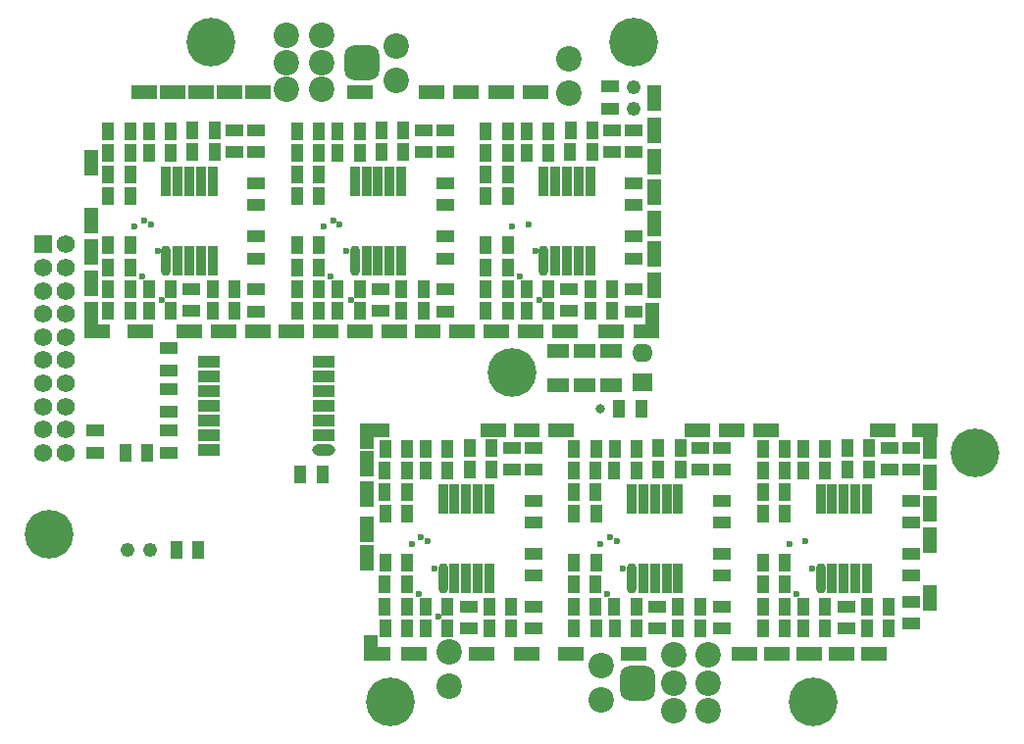
<source format=gts>
G04*
G04 #@! TF.GenerationSoftware,Altium Limited,Altium Designer,22.1.2 (22)*
G04*
G04 Layer_Color=8388736*
%FSAX42Y42*%
%MOMM*%
G71*
G04*
G04 #@! TF.SameCoordinates,C0377FBF-3644-49C1-8AB8-029394853ECE*
G04*
G04*
G04 #@! TF.FilePolarity,Negative*
G04*
G01*
G75*
%ADD15R,1.98X1.02*%
%ADD16O,1.98X1.02*%
%ADD17R,1.50X1.00*%
%ADD18R,1.00X1.50*%
%ADD19R,1.20X2.20*%
%ADD20R,2.20X1.20*%
%ADD21R,1.90X1.20*%
%ADD22R,0.84X2.62*%
%ADD23O,0.84X2.62*%
%ADD24C,2.20*%
G04:AMPARAMS|DCode=25|XSize=3mm|YSize=3mm|CornerRadius=0.8mm|HoleSize=0mm|Usage=FLASHONLY|Rotation=0.000|XOffset=0mm|YOffset=0mm|HoleType=Round|Shape=RoundedRectangle|*
%AMROUNDEDRECTD25*
21,1,3.00,1.40,0,0,0.0*
21,1,1.40,3.00,0,0,0.0*
1,1,1.60,0.70,-0.70*
1,1,1.60,-0.70,-0.70*
1,1,1.60,-0.70,0.70*
1,1,1.60,0.70,0.70*
%
%ADD25ROUNDEDRECTD25*%
%ADD26R,1.80X1.60*%
%ADD27O,1.80X1.60*%
%ADD28C,1.22*%
%ADD29C,1.57*%
%ADD30R,1.57X1.57*%
%ADD31C,0.60*%
%ADD32C,0.80*%
%ADD33C,4.20*%
D15*
X002771Y003338D02*
D03*
Y003211D02*
D03*
X001780D02*
D03*
Y003338D02*
D03*
X002771Y003084D02*
D03*
Y002957D02*
D03*
Y002830D02*
D03*
Y002703D02*
D03*
X001780Y002830D02*
D03*
Y002703D02*
D03*
Y002957D02*
D03*
Y002576D02*
D03*
Y003084D02*
D03*
D16*
X002771Y002576D02*
D03*
D17*
X007840Y001070D02*
D03*
Y001260D02*
D03*
X005240Y005710D02*
D03*
Y005520D02*
D03*
X001430Y003260D02*
D03*
Y003450D02*
D03*
Y002905D02*
D03*
Y003095D02*
D03*
Y002550D02*
D03*
Y002741D02*
D03*
X000800Y002740D02*
D03*
Y002550D02*
D03*
X004393Y002402D02*
D03*
Y002592D02*
D03*
X004580Y002593D02*
D03*
Y002403D02*
D03*
X004020Y001220D02*
D03*
Y001030D02*
D03*
X004580Y001030D02*
D03*
Y001219D02*
D03*
X004580Y002135D02*
D03*
Y001945D02*
D03*
X004580Y001487D02*
D03*
Y001677D02*
D03*
X002003Y005142D02*
D03*
Y005332D02*
D03*
X002190Y005333D02*
D03*
Y005143D02*
D03*
X001630Y003960D02*
D03*
Y003770D02*
D03*
X002190Y003769D02*
D03*
Y003960D02*
D03*
X002190Y004875D02*
D03*
Y004685D02*
D03*
X002190Y004227D02*
D03*
Y004417D02*
D03*
X003633Y005332D02*
D03*
Y005142D02*
D03*
X003820Y005143D02*
D03*
Y005333D02*
D03*
X003260Y003770D02*
D03*
Y003960D02*
D03*
X003820Y003960D02*
D03*
Y003769D02*
D03*
X003820Y004685D02*
D03*
Y004875D02*
D03*
X003820Y004417D02*
D03*
Y004227D02*
D03*
X005263Y005332D02*
D03*
Y005142D02*
D03*
X005450Y005143D02*
D03*
Y005333D02*
D03*
X004890Y003770D02*
D03*
Y003960D02*
D03*
X005450Y003960D02*
D03*
Y003769D02*
D03*
X005450Y004685D02*
D03*
Y004875D02*
D03*
X005450Y004417D02*
D03*
Y004227D02*
D03*
X006023Y002592D02*
D03*
Y002402D02*
D03*
X006210Y002403D02*
D03*
Y002593D02*
D03*
X005650Y001030D02*
D03*
Y001220D02*
D03*
X006210Y001219D02*
D03*
Y001030D02*
D03*
X006210Y001945D02*
D03*
Y002135D02*
D03*
X006210Y001677D02*
D03*
Y001487D02*
D03*
X007653Y002592D02*
D03*
Y002402D02*
D03*
X007840Y002403D02*
D03*
Y002593D02*
D03*
X007280Y001030D02*
D03*
Y001220D02*
D03*
X007840Y001945D02*
D03*
Y002135D02*
D03*
X007840Y001677D02*
D03*
Y001487D02*
D03*
D18*
X005510Y002930D02*
D03*
X005320D02*
D03*
X007101Y001030D02*
D03*
X006911D02*
D03*
X004220Y002590D02*
D03*
X004030D02*
D03*
X003490Y002580D02*
D03*
X003300D02*
D03*
X003490Y001030D02*
D03*
X003300D02*
D03*
X003299Y002209D02*
D03*
X003490D02*
D03*
X003299Y001410D02*
D03*
X003490D02*
D03*
X003299Y002394D02*
D03*
X003490D02*
D03*
X003490Y002024D02*
D03*
X003300D02*
D03*
X003841Y001030D02*
D03*
X003651D02*
D03*
X004200Y001220D02*
D03*
X004390D02*
D03*
X003490D02*
D03*
X003299D02*
D03*
X003490Y001600D02*
D03*
X003300D02*
D03*
X003651Y002580D02*
D03*
X003841D02*
D03*
X004029Y002405D02*
D03*
X004219D02*
D03*
X003650Y001220D02*
D03*
X003840D02*
D03*
X004200Y001030D02*
D03*
X004390D02*
D03*
X003840Y002394D02*
D03*
X003650D02*
D03*
X001830Y005330D02*
D03*
X001640D02*
D03*
X000910Y005135D02*
D03*
X001099D02*
D03*
X001100Y005320D02*
D03*
X000910D02*
D03*
X001100Y004764D02*
D03*
X000910D02*
D03*
X001451Y003770D02*
D03*
X001261D02*
D03*
X002000Y003960D02*
D03*
X001810D02*
D03*
X000910D02*
D03*
X001099D02*
D03*
X001100Y003770D02*
D03*
X000910D02*
D03*
X001100Y004340D02*
D03*
X000910D02*
D03*
X001261Y005320D02*
D03*
X001451D02*
D03*
X001640Y005145D02*
D03*
X001830D02*
D03*
X000910Y004949D02*
D03*
X001099D02*
D03*
X001260Y003960D02*
D03*
X001450D02*
D03*
X001810Y003770D02*
D03*
X002000D02*
D03*
X000910Y004150D02*
D03*
X001099D02*
D03*
X001450Y005135D02*
D03*
X001260D02*
D03*
X002570Y002360D02*
D03*
X002760D02*
D03*
X003270Y005330D02*
D03*
X003460D02*
D03*
X002730Y005135D02*
D03*
X002540D02*
D03*
X002540Y005320D02*
D03*
X002730D02*
D03*
X002540Y004764D02*
D03*
X002730D02*
D03*
X002891Y003770D02*
D03*
X003081D02*
D03*
X003440Y003960D02*
D03*
X003630D02*
D03*
X002730D02*
D03*
X002540D02*
D03*
X002540Y003770D02*
D03*
X002730D02*
D03*
X002540Y004340D02*
D03*
X002730D02*
D03*
X003081Y005320D02*
D03*
X002891D02*
D03*
X003460Y005145D02*
D03*
X003269D02*
D03*
X002730Y004949D02*
D03*
X002540D02*
D03*
X003080Y003960D02*
D03*
X002890D02*
D03*
X003630Y003770D02*
D03*
X003440D02*
D03*
X002730Y004150D02*
D03*
X002540D02*
D03*
X002890Y005135D02*
D03*
X003080D02*
D03*
X004900Y005330D02*
D03*
X005090D02*
D03*
X004360Y005135D02*
D03*
X004169D02*
D03*
X004170Y005320D02*
D03*
X004360D02*
D03*
X004170Y004764D02*
D03*
X004360D02*
D03*
X004521Y003770D02*
D03*
X004711D02*
D03*
X005070Y003960D02*
D03*
X005260D02*
D03*
X004360D02*
D03*
X004169D02*
D03*
X004170Y003770D02*
D03*
X004360D02*
D03*
X004170Y004340D02*
D03*
X004360D02*
D03*
X004711Y005320D02*
D03*
X004521D02*
D03*
X005090Y005145D02*
D03*
X004899D02*
D03*
X004360Y004949D02*
D03*
X004169D02*
D03*
X004710Y003960D02*
D03*
X004520D02*
D03*
X005260Y003770D02*
D03*
X005070D02*
D03*
X004360Y004150D02*
D03*
X004169D02*
D03*
X004520Y005135D02*
D03*
X004710D02*
D03*
X005660Y002590D02*
D03*
X005850D02*
D03*
X005119Y002394D02*
D03*
X004929D02*
D03*
X004930Y002580D02*
D03*
X005120D02*
D03*
X004930Y002024D02*
D03*
X005120D02*
D03*
X005281Y001030D02*
D03*
X005471D02*
D03*
X005830Y001220D02*
D03*
X006020D02*
D03*
X005119D02*
D03*
X004929D02*
D03*
X004930Y001030D02*
D03*
X005120D02*
D03*
X004930Y001600D02*
D03*
X005120D02*
D03*
X005471Y002580D02*
D03*
X005281D02*
D03*
X005849Y002405D02*
D03*
X005660D02*
D03*
X005119Y002209D02*
D03*
X004929D02*
D03*
X005470Y001220D02*
D03*
X005280D02*
D03*
X006020Y001030D02*
D03*
X005830D02*
D03*
X005119Y001410D02*
D03*
X004929D02*
D03*
X005280Y002394D02*
D03*
X005470D02*
D03*
X007290Y002590D02*
D03*
X007480D02*
D03*
X006750Y002394D02*
D03*
X006560D02*
D03*
X006560Y002580D02*
D03*
X006750D02*
D03*
X006560Y002024D02*
D03*
X006750D02*
D03*
X007460Y001220D02*
D03*
X007650D02*
D03*
X006750D02*
D03*
X006560D02*
D03*
X006560Y001030D02*
D03*
X006750D02*
D03*
X006560Y001600D02*
D03*
X006750D02*
D03*
X007101Y002580D02*
D03*
X006911D02*
D03*
X007479Y002405D02*
D03*
X007289D02*
D03*
X006750Y002209D02*
D03*
X006560D02*
D03*
X007100Y001220D02*
D03*
X006910D02*
D03*
X007650Y001030D02*
D03*
X007460D02*
D03*
X006750Y001410D02*
D03*
X006560D02*
D03*
X006910Y002394D02*
D03*
X007100D02*
D03*
X001500Y001710D02*
D03*
X001690D02*
D03*
X001250Y002550D02*
D03*
X001060D02*
D03*
D19*
X008007Y002604D02*
D03*
X003140Y001890D02*
D03*
X008007Y001294D02*
D03*
Y001794D02*
D03*
Y002064D02*
D03*
Y002334D02*
D03*
X003140Y002190D02*
D03*
Y002694D02*
D03*
Y001640D02*
D03*
X003177Y000864D02*
D03*
X003140Y002450D02*
D03*
X005620Y005065D02*
D03*
Y005333D02*
D03*
Y005610D02*
D03*
Y004531D02*
D03*
Y004263D02*
D03*
Y004798D02*
D03*
X000765Y005050D02*
D03*
X005610Y003729D02*
D03*
X000765Y004010D02*
D03*
X005620Y003996D02*
D03*
X000765Y003740D02*
D03*
Y004550D02*
D03*
Y004280D02*
D03*
D20*
X007957Y002744D02*
D03*
X007597D02*
D03*
X006588D02*
D03*
X006293D02*
D03*
X005999D02*
D03*
X004821D02*
D03*
X004526D02*
D03*
X004232D02*
D03*
X003227D02*
D03*
X007517Y000814D02*
D03*
X003551D02*
D03*
X003240D02*
D03*
X004137D02*
D03*
X004519D02*
D03*
X005450D02*
D03*
X004900D02*
D03*
X006400D02*
D03*
X006679D02*
D03*
X006959D02*
D03*
X007238D02*
D03*
X001220Y005660D02*
D03*
X004000D02*
D03*
X004600D02*
D03*
X004300D02*
D03*
X003085D02*
D03*
X003700D02*
D03*
X001465D02*
D03*
X002200D02*
D03*
X001710D02*
D03*
X001955D02*
D03*
X005560Y003600D02*
D03*
X003377D02*
D03*
X004850D02*
D03*
X003672D02*
D03*
X004261D02*
D03*
X003083D02*
D03*
X002788D02*
D03*
X001190D02*
D03*
X002199D02*
D03*
X000815D02*
D03*
X004555D02*
D03*
X002494D02*
D03*
X001610D02*
D03*
X001905D02*
D03*
X003966D02*
D03*
X005250D02*
D03*
D21*
Y003430D02*
D03*
Y003130D02*
D03*
X005020Y003430D02*
D03*
Y003130D02*
D03*
X004790Y003430D02*
D03*
Y003130D02*
D03*
D22*
X004200Y002150D02*
D03*
Y001464D02*
D03*
X004100Y002150D02*
D03*
X004000D02*
D03*
X003900D02*
D03*
X003800D02*
D03*
X004100Y001464D02*
D03*
X004000D02*
D03*
X003900D02*
D03*
X001810Y004890D02*
D03*
Y004204D02*
D03*
X001710Y004890D02*
D03*
X001610D02*
D03*
X001510D02*
D03*
X001410D02*
D03*
X001710Y004204D02*
D03*
X001610D02*
D03*
X001510D02*
D03*
X003140D02*
D03*
X003240D02*
D03*
X003340D02*
D03*
X003040Y004890D02*
D03*
X003140D02*
D03*
X003240D02*
D03*
X003340D02*
D03*
X003440Y004204D02*
D03*
Y004890D02*
D03*
X004770Y004204D02*
D03*
X004870D02*
D03*
X004970D02*
D03*
X004670Y004890D02*
D03*
X004770D02*
D03*
X004870D02*
D03*
X004970D02*
D03*
X005070Y004204D02*
D03*
Y004890D02*
D03*
X005530Y001464D02*
D03*
X005630D02*
D03*
X005730D02*
D03*
X005430Y002150D02*
D03*
X005530D02*
D03*
X005630D02*
D03*
X005730D02*
D03*
X005830Y001464D02*
D03*
Y002150D02*
D03*
X007160Y001464D02*
D03*
X007260D02*
D03*
X007360D02*
D03*
X007060Y002150D02*
D03*
X007160D02*
D03*
X007260D02*
D03*
X007360D02*
D03*
X007460Y001464D02*
D03*
Y002150D02*
D03*
D23*
X003800Y001464D02*
D03*
X001410Y004204D02*
D03*
X003040D02*
D03*
X004670D02*
D03*
X005430Y001464D02*
D03*
X007060D02*
D03*
D24*
X005790Y000800D02*
D03*
Y000320D02*
D03*
X006090D02*
D03*
X005790Y000560D02*
D03*
X006090D02*
D03*
Y000800D02*
D03*
X005170Y000410D02*
D03*
Y000710D02*
D03*
X003850Y000530D02*
D03*
Y000830D02*
D03*
X004890Y005950D02*
D03*
Y005650D02*
D03*
X003400Y005760D02*
D03*
Y006060D02*
D03*
X002750Y006150D02*
D03*
X002450D02*
D03*
X002750Y005920D02*
D03*
X002450D02*
D03*
Y005690D02*
D03*
X002750D02*
D03*
D25*
X005480Y000560D02*
D03*
X003100Y005920D02*
D03*
D26*
X005520Y003156D02*
D03*
D27*
Y003410D02*
D03*
D28*
X005450Y005708D02*
D03*
Y005517D02*
D03*
X001080Y001710D02*
D03*
X001270D02*
D03*
D29*
X000347Y003747D02*
D03*
Y003947D02*
D03*
X000547Y003547D02*
D03*
X000347D02*
D03*
X000547Y003747D02*
D03*
Y003947D02*
D03*
Y004147D02*
D03*
X000347D02*
D03*
X000547Y004347D02*
D03*
Y003347D02*
D03*
X000347Y003147D02*
D03*
X000547D02*
D03*
X000347Y003347D02*
D03*
X000547Y002947D02*
D03*
X000347Y002747D02*
D03*
X000547D02*
D03*
X000347Y002947D02*
D03*
X000547Y002547D02*
D03*
X000347D02*
D03*
D30*
Y004347D02*
D03*
D31*
X001139Y004499D02*
D03*
X001200Y004069D02*
D03*
X001374Y003869D02*
D03*
X001336Y004291D02*
D03*
X001278Y004521D02*
D03*
X001222Y004555D02*
D03*
X006789Y001759D02*
D03*
X006850Y001329D02*
D03*
X006986Y001551D02*
D03*
X006928Y001781D02*
D03*
X005159Y001759D02*
D03*
X005220Y001329D02*
D03*
X005356Y001551D02*
D03*
X005298Y001781D02*
D03*
X005242Y001815D02*
D03*
X003529Y001759D02*
D03*
X003590Y001329D02*
D03*
X003764Y001129D02*
D03*
X003726Y001551D02*
D03*
X003668Y001781D02*
D03*
X003612Y001815D02*
D03*
X004399Y004499D02*
D03*
X004460Y004069D02*
D03*
X004634Y003869D02*
D03*
X004596Y004291D02*
D03*
X004538Y004521D02*
D03*
X002769Y004499D02*
D03*
X002830Y004069D02*
D03*
X003004Y003869D02*
D03*
X002966Y004291D02*
D03*
X002908Y004521D02*
D03*
X002852Y004555D02*
D03*
D32*
X005160Y002930D02*
D03*
D33*
X001799Y006095D02*
D03*
X005447Y006095D02*
D03*
X000397Y001845D02*
D03*
X003347Y000395D02*
D03*
X008395Y002545D02*
D03*
X006993Y000395D02*
D03*
X004397Y003245D02*
D03*
M02*

</source>
